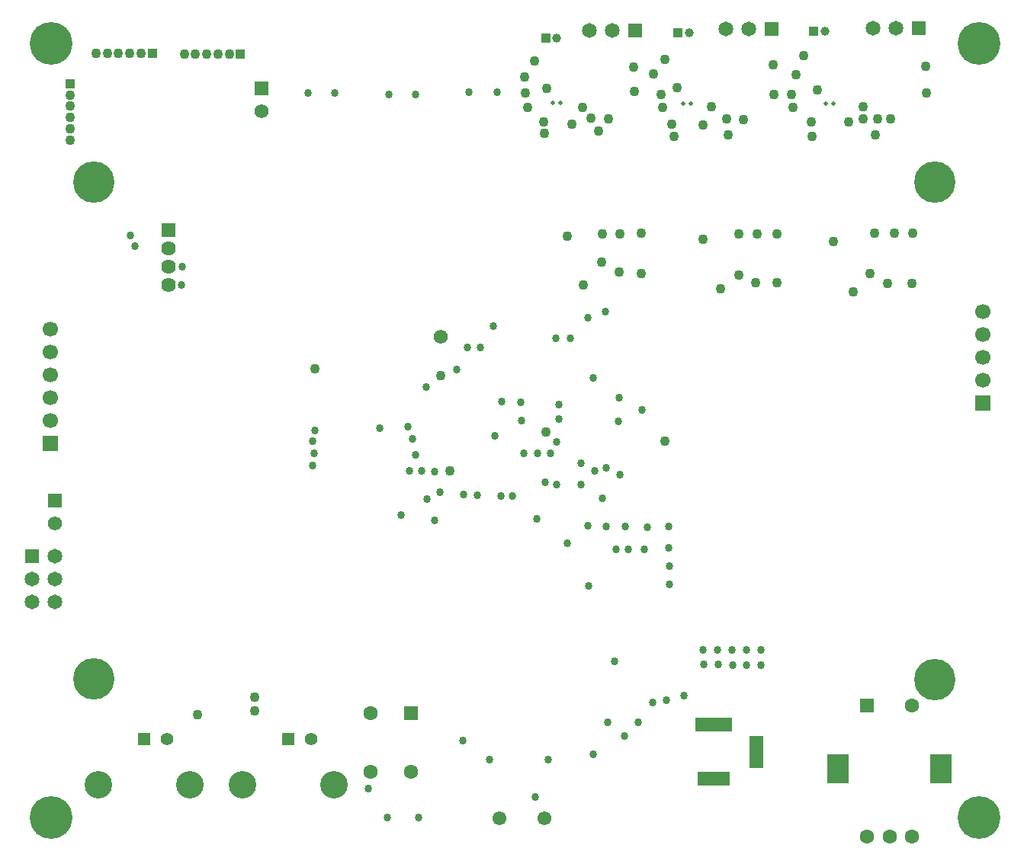
<source format=gbs>
G04*
G04 #@! TF.GenerationSoftware,Altium Limited,Altium Designer,21.8.1 (53)*
G04*
G04 Layer_Color=16711935*
%FSLAX25Y25*%
%MOIN*%
G70*
G04*
G04 #@! TF.SameCoordinates,194331D0-D63E-4C46-886B-6A61BDF2C4D5*
G04*
G04*
G04 #@! TF.FilePolarity,Negative*
G04*
G01*
G75*
%ADD49R,0.03937X0.03937*%
%ADD75C,0.06394*%
%ADD76R,0.06394X0.06394*%
%ADD77C,0.18110*%
%ADD78C,0.06496*%
%ADD79R,0.06496X0.06496*%
%ADD80C,0.04331*%
%ADD81R,0.04331X0.04331*%
%ADD82R,0.04331X0.04331*%
%ADD83C,0.06299*%
%ADD84R,0.06299X0.06299*%
%ADD85R,0.06181X0.06181*%
%ADD86C,0.06181*%
%ADD87C,0.06693*%
%ADD88R,0.06693X0.06693*%
%ADD89C,0.05512*%
%ADD90R,0.05512X0.05512*%
%ADD91C,0.12008*%
%ADD92R,0.09449X0.12598*%
%ADD93R,0.06299X0.06299*%
%ADD94C,0.06102*%
%ADD95C,0.03937*%
%ADD96R,0.06496X0.06496*%
%ADD97C,0.18701*%
%ADD98R,0.16142X0.06299*%
%ADD99R,0.14173X0.06299*%
%ADD100R,0.06299X0.14173*%
%ADD101C,0.03394*%
%ADD102C,0.01968*%
D49*
X349019Y358616D02*
D03*
X289653Y357978D02*
D03*
X231976Y355514D02*
D03*
D75*
X67239Y247435D02*
D03*
Y255435D02*
D03*
Y263435D02*
D03*
D76*
Y271435D02*
D03*
D77*
X401972Y292561D02*
D03*
X34255D02*
D03*
Y75239D02*
D03*
X401972Y74845D02*
D03*
D78*
X310869Y359491D02*
D03*
X320869D02*
D03*
X251027Y358703D02*
D03*
X261027D02*
D03*
X17321Y108723D02*
D03*
Y118723D02*
D03*
Y128723D02*
D03*
X7321Y108723D02*
D03*
Y118723D02*
D03*
X385200Y359884D02*
D03*
X375200D02*
D03*
D79*
X330869Y359491D02*
D03*
X271027Y358703D02*
D03*
X395200Y359884D02*
D03*
D80*
X35338Y348861D02*
D03*
X55023D02*
D03*
X40259D02*
D03*
X50102D02*
D03*
X45180D02*
D03*
X73921Y348467D02*
D03*
X93606D02*
D03*
X78842D02*
D03*
X88684D02*
D03*
X83763D02*
D03*
X24019Y310967D02*
D03*
Y330652D02*
D03*
Y315888D02*
D03*
Y325731D02*
D03*
Y320810D02*
D03*
X259350Y320079D02*
D03*
X251870Y320571D02*
D03*
X318406Y319783D02*
D03*
X311221Y320079D02*
D03*
X284203Y179343D02*
D03*
X232203Y183043D02*
D03*
X131003Y210843D02*
D03*
X189919Y166187D02*
D03*
X186203Y207843D02*
D03*
X104762Y67049D02*
D03*
X79603Y59562D02*
D03*
X104786Y61143D02*
D03*
X344673Y347811D02*
D03*
X284003Y346343D02*
D03*
X227203Y345443D02*
D03*
X331603Y330843D02*
D03*
X255003Y314743D02*
D03*
X248303Y247643D02*
D03*
X288192Y312640D02*
D03*
X241382Y268742D02*
D03*
X348003Y318843D02*
D03*
X231105Y318939D02*
D03*
X248035Y325239D02*
D03*
X231499Y313821D02*
D03*
X224019Y325239D02*
D03*
X223232Y331538D02*
D03*
X222838Y338624D02*
D03*
X243310Y317758D02*
D03*
X311814Y313034D02*
D03*
X232287Y333506D02*
D03*
X270476Y342955D02*
D03*
X270869Y332325D02*
D03*
X287011Y317758D02*
D03*
X256302Y257389D02*
D03*
X264176Y253133D02*
D03*
X273587Y252404D02*
D03*
X308271Y245711D02*
D03*
X289373Y333900D02*
D03*
X283074Y325239D02*
D03*
X300791Y317365D02*
D03*
X304334Y325654D02*
D03*
X300791Y267365D02*
D03*
X279039Y339806D02*
D03*
X282346Y330810D02*
D03*
X316539Y252010D02*
D03*
X323625Y248467D02*
D03*
X333074D02*
D03*
X256594Y269879D02*
D03*
X264264Y269988D02*
D03*
X273625Y270121D02*
D03*
X375594D02*
D03*
X316539Y269727D02*
D03*
X324413D02*
D03*
X333074D02*
D03*
X348428Y312640D02*
D03*
X340161Y325239D02*
D03*
X339550Y330963D02*
D03*
X350791Y332719D02*
D03*
X341342Y339412D02*
D03*
X331499Y343742D02*
D03*
X366539Y244530D02*
D03*
X392129Y248073D02*
D03*
X381499D02*
D03*
X373625Y252404D02*
D03*
X357877Y266577D02*
D03*
X384255Y270121D02*
D03*
X392523D02*
D03*
X375987Y313034D02*
D03*
X364570Y318939D02*
D03*
X377168Y320121D02*
D03*
X370869D02*
D03*
X382680D02*
D03*
X370869Y325632D02*
D03*
X398428Y331538D02*
D03*
X398035Y343349D02*
D03*
D81*
X59944Y348861D02*
D03*
X98527Y348467D02*
D03*
D82*
X24019Y335573D02*
D03*
D83*
X173161Y34448D02*
D03*
X155445D02*
D03*
Y60039D02*
D03*
X392129Y63428D02*
D03*
X372444Y6341D02*
D03*
X382287D02*
D03*
X392129D02*
D03*
D84*
X173161Y60039D02*
D03*
D85*
X17321Y153228D02*
D03*
X107903Y333643D02*
D03*
D86*
X17321Y143228D02*
D03*
X186003Y224843D02*
D03*
X107903Y323643D02*
D03*
D87*
X423003Y235743D02*
D03*
Y225743D02*
D03*
Y205743D02*
D03*
Y215743D02*
D03*
X15303Y208043D02*
D03*
Y188043D02*
D03*
Y198043D02*
D03*
Y218043D02*
D03*
Y228043D02*
D03*
D88*
X423003Y195743D02*
D03*
X15303Y178043D02*
D03*
D89*
X129469Y48720D02*
D03*
X66299D02*
D03*
D90*
X119468D02*
D03*
X56299D02*
D03*
D91*
X139469Y28721D02*
D03*
X99468D02*
D03*
X76299D02*
D03*
X36299D02*
D03*
D92*
X359846Y35868D02*
D03*
X404728D02*
D03*
D93*
X372444Y63428D02*
D03*
D94*
X231303Y14243D02*
D03*
X211618D02*
D03*
D95*
X353940Y358616D02*
D03*
X294574Y357978D02*
D03*
X236897Y355514D02*
D03*
D96*
X7321Y128723D02*
D03*
D97*
X15751Y353191D02*
D03*
X421263D02*
D03*
X15751Y14609D02*
D03*
X421263D02*
D03*
D98*
X305515Y55160D02*
D03*
D99*
Y31538D02*
D03*
D100*
X324019Y43349D02*
D03*
D101*
X278803Y64943D02*
D03*
X52264Y264370D02*
D03*
X50492Y269193D02*
D03*
X247441Y169685D02*
D03*
X253297Y166349D02*
D03*
X264303Y164543D02*
D03*
X258503Y167543D02*
D03*
X217303Y155343D02*
D03*
X237603Y188943D02*
D03*
Y195243D02*
D03*
X236803Y178843D02*
D03*
X212403Y155243D02*
D03*
X202103Y155643D02*
D03*
X179841Y202743D02*
D03*
X176403Y14443D02*
D03*
X162703Y14543D02*
D03*
X193003Y210643D02*
D03*
X203503Y220243D02*
D03*
X197803Y220143D02*
D03*
X154328Y27062D02*
D03*
X183459Y144643D02*
D03*
X228203Y145243D02*
D03*
X242703Y224143D02*
D03*
X236403Y224343D02*
D03*
X250503Y233043D02*
D03*
X208996Y229374D02*
D03*
X198503Y331943D02*
D03*
X172303Y166187D02*
D03*
X177903Y166143D02*
D03*
X168603Y146843D02*
D03*
X180203Y153943D02*
D03*
X175103Y173243D02*
D03*
X183503Y165843D02*
D03*
X185903Y156843D02*
D03*
X171665Y185443D02*
D03*
X159403Y184843D02*
D03*
X234003Y173843D02*
D03*
X228403Y173943D02*
D03*
X222303D02*
D03*
X258103Y235736D02*
D03*
X173759Y180243D02*
D03*
X262033Y82774D02*
D03*
X231598Y161044D02*
D03*
X241403Y134643D02*
D03*
X233103Y39743D02*
D03*
X227303Y23643D02*
D03*
X252803Y42243D02*
D03*
X266503Y50143D02*
D03*
X195840Y48106D02*
D03*
X130223Y179287D02*
D03*
X131010Y184012D02*
D03*
X130616Y173776D02*
D03*
X130223Y168658D02*
D03*
X72903Y247543D02*
D03*
X72916Y255531D02*
D03*
X256795Y154077D02*
D03*
X247247Y160278D02*
D03*
X236814D02*
D03*
X207484Y39805D02*
D03*
X196066Y155947D02*
D03*
X139767Y331538D02*
D03*
X210633Y331931D02*
D03*
X258303Y141943D02*
D03*
X250303Y142143D02*
D03*
X250791Y115790D02*
D03*
X285603Y141743D02*
D03*
X212903Y196543D02*
D03*
X163389Y330750D02*
D03*
X175200D02*
D03*
X127956Y331538D02*
D03*
X259058Y56341D02*
D03*
X262602Y131931D02*
D03*
X266903Y141843D02*
D03*
X268113Y131931D02*
D03*
X276303Y141643D02*
D03*
X275200Y131931D02*
D03*
X319688Y81144D02*
D03*
X313783D02*
D03*
X301184Y81538D02*
D03*
X307484D02*
D03*
X300791Y87837D02*
D03*
X319688D02*
D03*
X307090D02*
D03*
X313389D02*
D03*
X325987D02*
D03*
X286103Y116443D02*
D03*
X286003Y124543D02*
D03*
X285903Y132643D02*
D03*
X263783Y187837D02*
D03*
X274019Y192955D02*
D03*
X264176Y198073D02*
D03*
X284649Y65790D02*
D03*
X292523Y67758D02*
D03*
X325987Y81144D02*
D03*
X272344Y56216D02*
D03*
X252759Y206735D02*
D03*
X209703Y181443D02*
D03*
X221003Y196143D02*
D03*
X221303Y188243D02*
D03*
D102*
X292074Y326813D02*
D03*
X295401D02*
D03*
X238315Y327207D02*
D03*
X234988D02*
D03*
X357674Y327010D02*
D03*
X354348D02*
D03*
M02*

</source>
